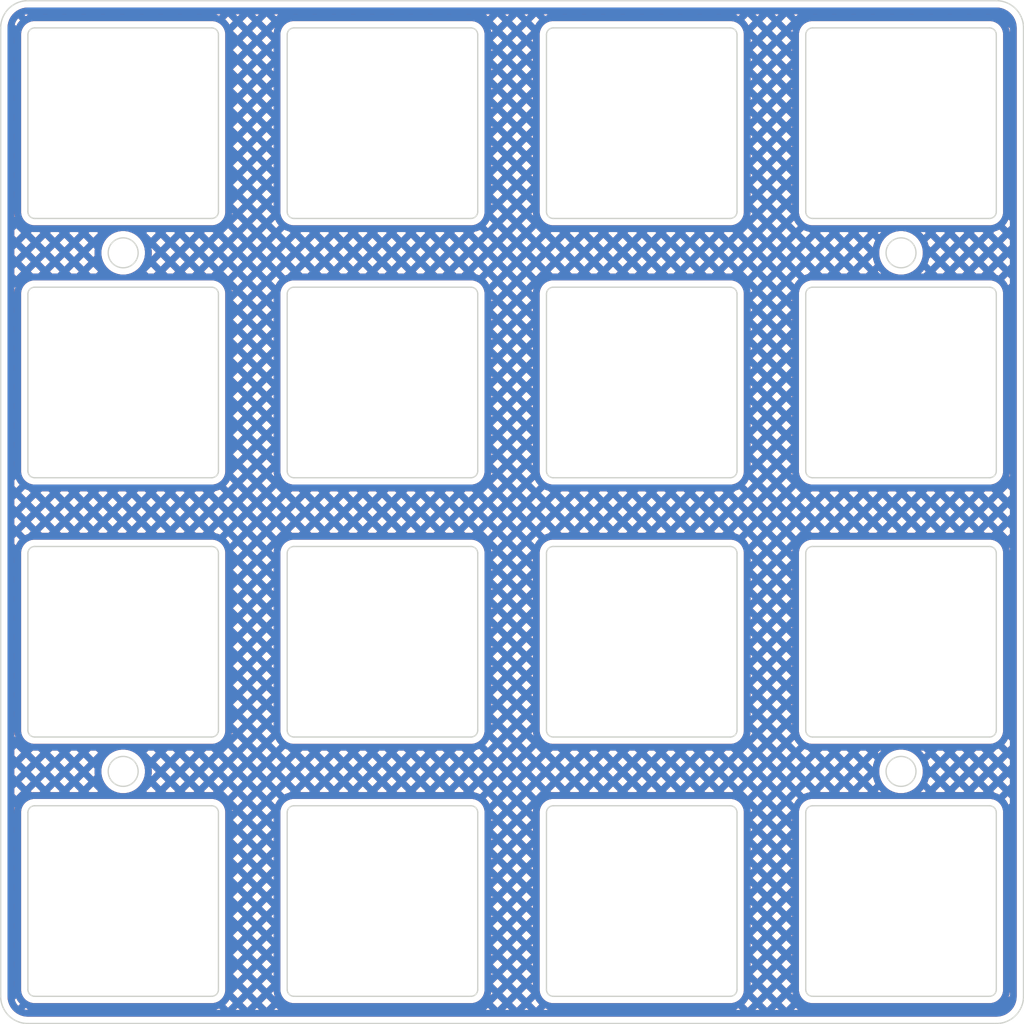
<source format=kicad_pcb>
(kicad_pcb (version 20241229) (generator "pcbnew") (generator_version "9.0")
  (layers (0 "F.Cu" signal) (2 "B.Cu" signal) (13 "F.Paste" user) (15 "B.Paste" user) (5 "F.SilkS" user "F.Silkscreen") (7 "B.SilkS" user "B.Silkscreen") (1 "F.Mask" user) (3 "B.Mask" user) (25 "Edge.Cuts" user))
  (net 0 "")
  (gr_line (start 73.15 15.5) (end 73.15 2.5) (stroke (width 0.1)) (layer "Edge.Cuts"))
  (gr_line (start 59.65 35.05) (end 72.65 35.05) (stroke (width 0.1)) (layer "Edge.Cuts"))
  (gr_arc (start 72.65 2) (mid 73.003553 2.146447) (end 73.15 2.5) (stroke (width 0.1)) (layer "Edge.Cuts"))
  (gr_arc (start 34.55 21.05) (mid 34.903553 21.196447) (end 35.05 21.55) (stroke (width 0.1)) (layer "Edge.Cuts"))
  (gr_arc (start 54.1 15.5) (mid 53.953553 15.853553) (end 53.6 16) (stroke (width 0.1)) (layer "Edge.Cuts"))
  (gr_line (start 16 15.5) (end 16 2.5) (stroke (width 0.1)) (layer "Edge.Cuts"))
  (gr_line (start 53.6 59.15) (end 40.6 59.15) (stroke (width 0.1)) (layer "Edge.Cuts"))
  (gr_line (start 34.55 21.05) (end 21.55 21.05) (stroke (width 0.1)) (layer "Edge.Cuts"))
  (gr_arc (start 75.15 73.15) (mid 74.564214 74.564214) (end 73.15 75.15) (stroke (width 0.1)) (layer "Edge.Cuts"))
  (gr_line (start 54.1 72.65) (end 54.1 59.65) (stroke (width 0.1)) (layer "Edge.Cuts"))
  (gr_arc (start 21.55 16) (mid 21.196447 15.853553) (end 21.05 15.5) (stroke (width 0.1)) (layer "Edge.Cuts"))
  (gr_line (start 59.65 73.15) (end 72.65 73.15) (stroke (width 0.1)) (layer "Edge.Cuts"))
  (gr_line (start 73.15 53.6) (end 73.15 40.6) (stroke (width 0.1)) (layer "Edge.Cuts"))
  (gr_line (start 34.55 2) (end 21.55 2) (stroke (width 0.1)) (layer "Edge.Cuts"))
  (gr_line (start 59.65 54.1) (end 72.65 54.1) (stroke (width 0.1)) (layer "Edge.Cuts"))
  (gr_line (start 0 2) (end 0 73.15) (stroke (width 0.1)) (layer "Edge.Cuts"))
  (gr_arc (start 53.6 2) (mid 53.953553 2.146447) (end 54.1 2.5) (stroke (width 0.1)) (layer "Edge.Cuts"))
  (gr_line (start 2 75.15) (end 73.15 75.15) (stroke (width 0.1)) (layer "Edge.Cuts"))
  (gr_line (start 54.1 53.6) (end 54.1 40.6) (stroke (width 0.1)) (layer "Edge.Cuts"))
  (gr_arc (start 72.65 21.05) (mid 73.003553 21.196447) (end 73.15 21.55) (stroke (width 0.1)) (layer "Edge.Cuts"))
  (gr_line (start 2 40.6) (end 2 53.6) (stroke (width 0.1)) (layer "Edge.Cuts"))
  (gr_arc (start 2.5 16) (mid 2.146447 15.853553) (end 2 15.5) (stroke (width 0.1)) (layer "Edge.Cuts"))
  (gr_arc (start 21.55 73.15) (mid 21.196447 73.003553) (end 21.05 72.65) (stroke (width 0.1)) (layer "Edge.Cuts"))
  (gr_line (start 2.5 54.1) (end 15.5 54.1) (stroke (width 0.1)) (layer "Edge.Cuts"))
  (gr_arc (start 72.65 59.15) (mid 73.003553 59.296447) (end 73.15 59.65) (stroke (width 0.1)) (layer "Edge.Cuts"))
  (gr_line (start 21.05 59.65) (end 21.05 72.65) (stroke (width 0.1)) (layer "Edge.Cuts"))
  (gr_line (start 53.6 21.05) (end 40.6 21.05) (stroke (width 0.1)) (layer "Edge.Cuts"))
  (gr_line (start 2 59.65) (end 2 72.65) (stroke (width 0.1)) (layer "Edge.Cuts"))
  (gr_line (start 2 21.55) (end 2 34.55) (stroke (width 0.1)) (layer "Edge.Cuts"))
  (gr_arc (start 21.05 21.55) (mid 21.196447 21.196447) (end 21.55 21.05) (stroke (width 0.1)) (layer "Edge.Cuts"))
  (gr_arc (start 15.5 40.1) (mid 15.853553 40.246447) (end 16 40.6) (stroke (width 0.1)) (layer "Edge.Cuts"))
  (gr_arc (start 73.15 34.55) (mid 73.003553 34.903553) (end 72.65 35.05) (stroke (width 0.1)) (layer "Edge.Cuts"))
  (gr_arc (start 54.1 53.6) (mid 53.953553 53.953553) (end 53.6 54.1) (stroke (width 0.1)) (layer "Edge.Cuts"))
  (gr_arc (start 15.5 59.15) (mid 15.853553 59.296447) (end 16 59.65) (stroke (width 0.1)) (layer "Edge.Cuts"))
  (gr_arc (start 73.15 53.6) (mid 73.003553 53.953553) (end 72.65 54.1) (stroke (width 0.1)) (layer "Edge.Cuts"))
  (gr_arc (start 54.1 34.55) (mid 53.953553 34.903553) (end 53.6 35.05) (stroke (width 0.1)) (layer "Edge.Cuts"))
  (gr_circle (center 66.15 18.525) (end 67.25 18.525) (stroke (width 0.1)) (fill no) (layer "Edge.Cuts"))
  (gr_line (start 35.05 15.5) (end 35.05 2.5) (stroke (width 0.1)) (layer "Edge.Cuts"))
  (gr_arc (start 2.5 35.05) (mid 2.146447 34.903553) (end 2 34.55) (stroke (width 0.1)) (layer "Edge.Cuts"))
  (gr_arc (start 15.5 2) (mid 15.853553 2.146447) (end 16 2.5) (stroke (width 0.1)) (layer "Edge.Cuts"))
  (gr_line (start 21.55 54.1) (end 34.55 54.1) (stroke (width 0.1)) (layer "Edge.Cuts"))
  (gr_line (start 40.6 35.05) (end 53.6 35.05) (stroke (width 0.1)) (layer "Edge.Cuts"))
  (gr_arc (start 40.1 21.55) (mid 40.246447 21.196447) (end 40.6 21.05) (stroke (width 0.1)) (layer "Edge.Cuts"))
  (gr_arc (start 2 21.55) (mid 2.146447 21.196447) (end 2.5 21.05) (stroke (width 0.1)) (layer "Edge.Cuts"))
  (gr_arc (start 15.5 21.05) (mid 15.853553 21.196447) (end 16 21.55) (stroke (width 0.1)) (layer "Edge.Cuts"))
  (gr_arc (start 53.6 59.15) (mid 53.953553 59.296447) (end 54.1 59.65) (stroke (width 0.1)) (layer "Edge.Cuts"))
  (gr_arc (start 59.65 16) (mid 59.296447 15.853553) (end 59.15 15.5) (stroke (width 0.1)) (layer "Edge.Cuts"))
  (gr_line (start 21.05 40.6) (end 21.05 53.6) (stroke (width 0.1)) (layer "Edge.Cuts"))
  (gr_line (start 2.5 73.15) (end 15.5 73.15) (stroke (width 0.1)) (layer "Edge.Cuts"))
  (gr_line (start 15.5 40.1) (end 2.5 40.1) (stroke (width 0.1)) (layer "Edge.Cuts"))
  (gr_line (start 72.65 59.15) (end 59.65 59.15) (stroke (width 0.1)) (layer "Edge.Cuts"))
  (gr_arc (start 35.05 72.65) (mid 34.903553 73.003553) (end 34.55 73.15) (stroke (width 0.1)) (layer "Edge.Cuts"))
  (gr_line (start 40.1 21.55) (end 40.1 34.55) (stroke (width 0.1)) (layer "Edge.Cuts"))
  (gr_arc (start 2 40.6) (mid 2.146447 40.246447) (end 2.5 40.1) (stroke (width 0.1)) (layer "Edge.Cuts"))
  (gr_arc (start 40.1 2.5) (mid 40.246447 2.146447) (end 40.6 2) (stroke (width 0.1)) (layer "Edge.Cuts"))
  (gr_arc (start 21.05 2.5) (mid 21.196447 2.146447) (end 21.55 2) (stroke (width 0.1)) (layer "Edge.Cuts"))
  (gr_arc (start 2 75.15) (mid 0.585786 74.564214) (end 0 73.15) (stroke (width 0.1)) (layer "Edge.Cuts"))
  (gr_line (start 53.6 40.1) (end 40.6 40.1) (stroke (width 0.1)) (layer "Edge.Cuts"))
  (gr_arc (start 16 72.65) (mid 15.853553 73.003553) (end 15.5 73.15) (stroke (width 0.1)) (layer "Edge.Cuts"))
  (gr_line (start 21.05 21.55) (end 21.05 34.55) (stroke (width 0.1)) (layer "Edge.Cuts"))
  (gr_line (start 35.05 72.65) (end 35.05 59.65) (stroke (width 0.1)) (layer "Edge.Cuts"))
  (gr_line (start 15.5 2) (end 2.5 2) (stroke (width 0.1)) (layer "Edge.Cuts"))
  (gr_arc (start 40.1 40.6) (mid 40.246447 40.246447) (end 40.6 40.1) (stroke (width 0.1)) (layer "Edge.Cuts"))
  (gr_line (start 21.55 73.15) (end 34.55 73.15) (stroke (width 0.1)) (layer "Edge.Cuts"))
  (gr_line (start 59.15 59.65) (end 59.15 72.65) (stroke (width 0.1)) (layer "Edge.Cuts"))
  (gr_arc (start 59.15 2.5) (mid 59.296447 2.146447) (end 59.65 2) (stroke (width 0.1)) (layer "Edge.Cuts"))
  (gr_line (start 21.55 16) (end 34.55 16) (stroke (width 0.1)) (layer "Edge.Cuts"))
  (gr_line (start 75.15 2) (end 75.15 73.15) (stroke (width 0.1)) (layer "Edge.Cuts"))
  (gr_arc (start 35.05 53.6) (mid 34.903553 53.953553) (end 34.55 54.1) (stroke (width 0.1)) (layer "Edge.Cuts"))
  (gr_circle (center 66.15 56.625) (end 67.25 56.625) (stroke (width 0.1)) (fill no) (layer "Edge.Cuts"))
  (gr_arc (start 35.05 34.55) (mid 34.903553 34.903553) (end 34.55 35.05) (stroke (width 0.1)) (layer "Edge.Cuts"))
  (gr_arc (start 21.55 54.1) (mid 21.196447 53.953553) (end 21.05 53.6) (stroke (width 0.1)) (layer "Edge.Cuts"))
  (gr_line (start 15.5 59.15) (end 2.5 59.15) (stroke (width 0.1)) (layer "Edge.Cuts"))
  (gr_arc (start 53.6 40.1) (mid 53.953553 40.246447) (end 54.1 40.6) (stroke (width 0.1)) (layer "Edge.Cuts"))
  (gr_line (start 21.55 35.05) (end 34.55 35.05) (stroke (width 0.1)) (layer "Edge.Cuts"))
  (gr_arc (start 21.05 40.6) (mid 21.196447 40.246447) (end 21.55 40.1) (stroke (width 0.1)) (layer "Edge.Cuts"))
  (gr_arc (start 35.05 15.5) (mid 34.903553 15.853553) (end 34.55 16) (stroke (width 0.1)) (layer "Edge.Cuts"))
  (gr_arc (start 2 59.65) (mid 2.146447 59.296447) (end 2.5 59.15) (stroke (width 0.1)) (layer "Edge.Cuts"))
  (gr_line (start 15.5 21.05) (end 2.5 21.05) (stroke (width 0.1)) (layer "Edge.Cuts"))
  (gr_line (start 21.05 2.5) (end 21.05 15.5) (stroke (width 0.1)) (layer "Edge.Cuts"))
  (gr_arc (start 59.15 21.55) (mid 59.296447 21.196447) (end 59.65 21.05) (stroke (width 0.1)) (layer "Edge.Cuts"))
  (gr_arc (start 53.6 21.05) (mid 53.953553 21.196447) (end 54.1 21.55) (stroke (width 0.1)) (layer "Edge.Cuts"))
  (gr_arc (start 40.6 35.05) (mid 40.246447 34.903553) (end 40.1 34.55) (stroke (width 0.1)) (layer "Edge.Cuts"))
  (gr_line (start 40.1 59.65) (end 40.1 72.65) (stroke (width 0.1)) (layer "Edge.Cuts"))
  (gr_arc (start 2.5 73.15) (mid 2.146447 73.003553) (end 2 72.65) (stroke (width 0.1)) (layer "Edge.Cuts"))
  (gr_arc (start 40.1 59.65) (mid 40.246447 59.296447) (end 40.6 59.15) (stroke (width 0.1)) (layer "Edge.Cuts"))
  (gr_line (start 72.65 2) (end 59.65 2) (stroke (width 0.1)) (layer "Edge.Cuts"))
  (gr_arc (start 72.65 40.1) (mid 73.003553 40.246447) (end 73.15 40.6) (stroke (width 0.1)) (layer "Edge.Cuts"))
  (gr_line (start 59.15 40.6) (end 59.15 53.6) (stroke (width 0.1)) (layer "Edge.Cuts"))
  (gr_line (start 59.15 21.55) (end 59.15 34.55) (stroke (width 0.1)) (layer "Edge.Cuts"))
  (gr_arc (start 73.15 0) (mid 74.564214 0.585786) (end 75.15 2) (stroke (width 0.1)) (layer "Edge.Cuts"))
  (gr_arc (start 16 15.5) (mid 15.853553 15.853553) (end 15.5 16) (stroke (width 0.1)) (layer "Edge.Cuts"))
  (gr_arc (start 21.55 35.05) (mid 21.196447 34.903553) (end 21.05 34.55) (stroke (width 0.1)) (layer "Edge.Cuts"))
  (gr_arc (start 59.65 73.15) (mid 59.296447 73.003553) (end 59.15 72.65) (stroke (width 0.1)) (layer "Edge.Cuts"))
  (gr_arc (start 16 34.55) (mid 15.853553 34.903553) (end 15.5 35.05) (stroke (width 0.1)) (layer "Edge.Cuts"))
  (gr_line (start 35.05 53.6) (end 35.05 40.6) (stroke (width 0.1)) (layer "Edge.Cuts"))
  (gr_line (start 59.65 16) (end 72.65 16) (stroke (width 0.1)) (layer "Edge.Cuts"))
  (gr_line (start 53.6 2) (end 40.6 2) (stroke (width 0.1)) (layer "Edge.Cuts"))
  (gr_line (start 40.1 2.5) (end 40.1 15.5) (stroke (width 0.1)) (layer "Edge.Cuts"))
  (gr_arc (start 40.6 54.1) (mid 40.246447 53.953553) (end 40.1 53.6) (stroke (width 0.1)) (layer "Edge.Cuts"))
  (gr_arc (start 73.15 72.65) (mid 73.003553 73.003553) (end 72.65 73.15) (stroke (width 0.1)) (layer "Edge.Cuts"))
  (gr_line (start 40.6 73.15) (end 53.6 73.15) (stroke (width 0.1)) (layer "Edge.Cuts"))
  (gr_line (start 2 2.5) (end 2 15.5) (stroke (width 0.1)) (layer "Edge.Cuts"))
  (gr_arc (start 59.15 40.6) (mid 59.296447 40.246447) (end 59.65 40.1) (stroke (width 0.1)) (layer "Edge.Cuts"))
  (gr_line (start 72.65 21.05) (end 59.65 21.05) (stroke (width 0.1)) (layer "Edge.Cuts"))
  (gr_circle (center 9 18.525) (end 10.1 18.525) (stroke (width 0.1)) (fill no) (layer "Edge.Cuts"))
  (gr_arc (start 2.5 54.1) (mid 2.146447 53.953553) (end 2 53.6) (stroke (width 0.1)) (layer "Edge.Cuts"))
  (gr_arc (start 34.55 40.1) (mid 34.903553 40.246447) (end 35.05 40.6) (stroke (width 0.1)) (layer "Edge.Cuts"))
  (gr_line (start 40.6 54.1) (end 53.6 54.1) (stroke (width 0.1)) (layer "Edge.Cuts"))
  (gr_line (start 54.1 34.55) (end 54.1 21.55) (stroke (width 0.1)) (layer "Edge.Cuts"))
  (gr_arc (start 0 2) (mid 0.585786 0.585786) (end 2 0) (stroke (width 0.1)) (layer "Edge.Cuts"))
  (gr_line (start 2.5 35.05) (end 15.5 35.05) (stroke (width 0.1)) (layer "Edge.Cuts"))
  (gr_line (start 34.55 59.15) (end 21.55 59.15) (stroke (width 0.1)) (layer "Edge.Cuts"))
  (gr_line (start 2.5 16) (end 15.5 16) (stroke (width 0.1)) (layer "Edge.Cuts"))
  (gr_arc (start 16 53.6) (mid 15.853553 53.953553) (end 15.5 54.1) (stroke (width 0.1)) (layer "Edge.Cuts"))
  (gr_arc (start 40.6 16) (mid 40.246447 15.853553) (end 40.1 15.5) (stroke (width 0.1)) (layer "Edge.Cuts"))
  (gr_line (start 34.55 40.1) (end 21.55 40.1) (stroke (width 0.1)) (layer "Edge.Cuts"))
  (gr_line (start 16 72.65) (end 16 59.65) (stroke (width 0.1)) (layer "Edge.Cuts"))
  (gr_line (start 59.15 2.5) (end 59.15 15.5) (stroke (width 0.1)) (layer "Edge.Cuts"))
  (gr_arc (start 59.65 54.1) (mid 59.296447 53.953553) (end 59.15 53.6) (stroke (width 0.1)) (layer "Edge.Cuts"))
  (gr_arc (start 59.15 59.65) (mid 59.296447 59.296447) (end 59.65 59.15) (stroke (width 0.1)) (layer "Edge.Cuts"))
  (gr_line (start 73.15 72.65) (end 73.15 59.65) (stroke (width 0.1)) (layer "Edge.Cuts"))
  (gr_arc (start 34.55 59.15) (mid 34.903553 59.296447) (end 35.05 59.65) (stroke (width 0.1)) (layer "Edge.Cuts"))
  (gr_line (start 40.6 16) (end 53.6 16) (stroke (width 0.1)) (layer "Edge.Cuts"))
  (gr_arc (start 73.15 15.5) (mid 73.003553 15.853553) (end 72.65 16) (stroke (width 0.1)) (layer "Edge.Cuts"))
  (gr_arc (start 2 2.5) (mid 2.146447 2.146447) (end 2.5 2) (stroke (width 0.1)) (layer "Edge.Cuts"))
  (gr_arc (start 59.65 35.05) (mid 59.296447 34.903553) (end 59.15 34.55) (stroke (width 0.1)) (layer "Edge.Cuts"))
  (gr_line (start 16 34.55) (end 16 21.55) (stroke (width 0.1)) (layer "Edge.Cuts"))
  (gr_arc (start 54.1 72.65) (mid 53.953553 73.003553) (end 53.6 73.15) (stroke (width 0.1)) (layer "Edge.Cuts"))
  (gr_arc (start 34.55 2) (mid 34.903553 2.146447) (end 35.05 2.5) (stroke (width 0.1)) (layer "Edge.Cuts"))
  (gr_line (start 40.1 40.6) (end 40.1 53.6) (stroke (width 0.1)) (layer "Edge.Cuts"))
  (gr_line (start 35.05 34.55) (end 35.05 21.55) (stroke (width 0.1)) (layer "Edge.Cuts"))
  (gr_line (start 72.65 40.1) (end 59.65 40.1) (stroke (width 0.1)) (layer "Edge.Cuts"))
  (gr_circle (center 9 56.625) (end 10.1 56.625) (stroke (width 0.1)) (fill no) (layer "Edge.Cuts"))
  (gr_arc (start 21.05 59.65) (mid 21.196447 59.296447) (end 21.55 59.15) (stroke (width 0.1)) (layer "Edge.Cuts"))
  (gr_arc (start 40.6 73.15) (mid 40.246447 73.003553) (end 40.1 72.65) (stroke (width 0.1)) (layer "Edge.Cuts"))
  (gr_line (start 2 0) (end 73.15 0) (stroke (width 0.1)) (layer "Edge.Cuts"))
  (gr_line (start 16 53.6) (end 16 40.6) (stroke (width 0.1)) (layer "Edge.Cuts"))
  (gr_line (start 73.15 34.55) (end 73.15 21.55) (stroke (width 0.1)) (layer "Edge.Cuts"))
  (gr_line (start 54.1 15.5) (end 54.1 2.5) (stroke (width 0.1)) (layer "Edge.Cuts"))
  (zone (net 0) (net_name "") (layers "F.Cu" "B.Cu") (connect_pads (clearance 0.2)) (min_thickness 0.3) (fill yes (mode hatch) (thermal_gap 0.5) (thermal_bridge_width 0.5) (island_removal_mode 1) (island_area_min 10) (hatch_thickness 0.5) (hatch_gap 0.5) (hatch_orientation 45) (hatch_border_algorithm hatch_thickness) (hatch_min_hole_area 0.3))
    (polygon (pts (xy 0 0) (xy 75.2 0) (xy 75.2 75.2) (xy 0 75.2)))
  )
)
</source>
